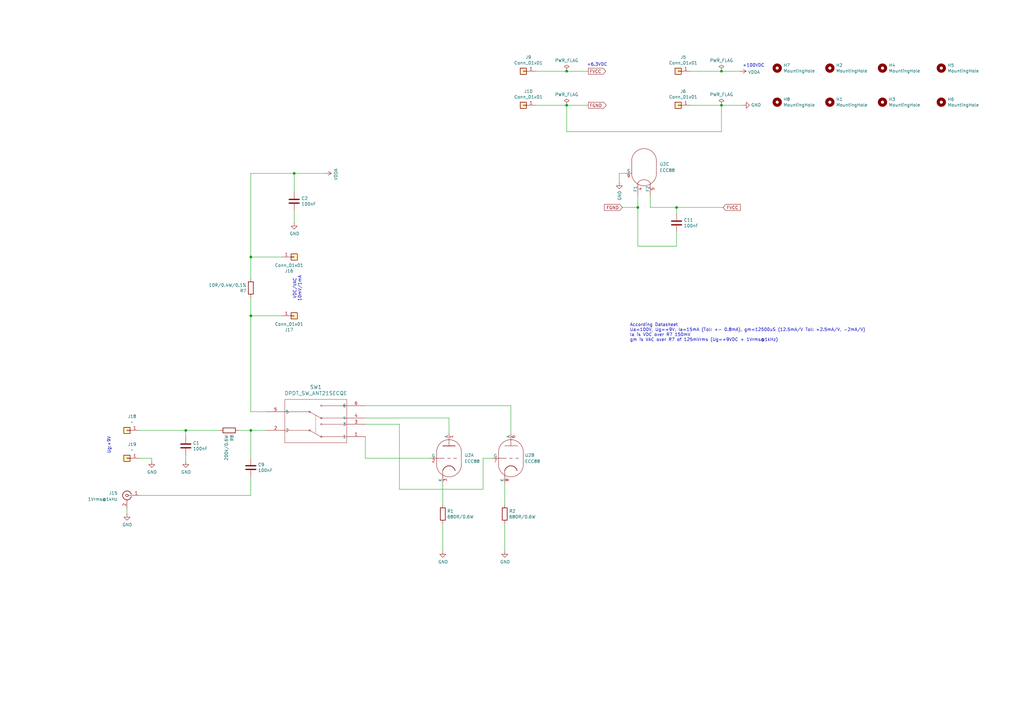
<source format=kicad_sch>
(kicad_sch (version 20231120) (generator "eeschema") (generator_version "8.0")
  (paper "A3")
  (title_block (title "GM Test Setup ECC88") (date "2024-08-25") (rev "V3"))
  (lib_symbols
    (symbol "Connector:Conn_Coaxial" (pin_names (offset 1.016) hide)
      (property "Reference" "J" (at 0.254 3.048 0))
      (property "Value" "Conn_Coaxial" (at 2.921 0 90))
      (symbol "Conn_Coaxial_0_1"
        (arc (start -1.778 -0.508) (mid 0.2311 -1.8066) (end 1.778 0) (stroke (width 0.254)))
        (polyline (pts (xy -2.54 0) (xy -0.508 0)))
        (polyline (pts (xy 0 -2.54) (xy 0 -1.778)))
        (circle (center 0 0) (radius 0.508) (stroke (width 0.2032)))
        (arc (start 1.778 0) (mid 0.2099 1.8101) (end -1.778 0.508) (stroke (width 0.254)))
      )
      (symbol "Conn_Coaxial_1_1"
        (pin passive line (at -5.08 0 0) (length 2.54) (name "In") (number "1"))
        (pin passive line (at 0 -5.08 90) (length 2.54) (name "Ext") (number "2"))
      )
    )
    (symbol "Connector_Generic:Conn_01x01" (pin_names (offset 1.016) hide)
      (property "Reference" "J" (at 0 2.54 0))
      (property "Value" "Conn_01x01" (at 0 -2.54 0))
      (symbol "Conn_01x01_1_1"
        (rectangle (start -1.27 0.127) (end 0 -0.127) (stroke (width 0.1524)))
        (rectangle (start -1.27 1.27) (end 1.27 -1.27) (stroke (width 0.254)) (fill (type background)))
        (pin passive line (at -5.08 0 0) (length 3.81) (name "Pin_1") (number "1"))
      )
    )
    (symbol "Device:C" (pin_numbers hide) (pin_names (offset 0.254))
      (property "Reference" "C" (at 0.635 2.54 0))
      (property "Value" "C" (at 0.635 -2.54 0))
      (symbol "C_0_1"
        (polyline (pts (xy -2.032 -0.762) (xy 2.032 -0.762)) (stroke (width 0.508)))
        (polyline (pts (xy -2.032 0.762) (xy 2.032 0.762)) (stroke (width 0.508)))
      )
      (symbol "C_1_1"
        (pin passive line (at 0 3.81 270) (length 2.794) (name "~") (number "1"))
        (pin passive line (at 0 -3.81 90) (length 2.794) (name "~") (number "2"))
      )
    )
    (symbol "Device:R" (pin_numbers hide) (pin_names (offset 0))
      (property "Reference" "R" (at 2.032 0 90))
      (property "Value" "R" (at 0 0 90))
      (symbol "R_0_1"
        (rectangle (start -1.016 -2.54) (end 1.016 2.54) (stroke (width 0.254)))
      )
      (symbol "R_1_1"
        (pin passive line (at 0 3.81 270) (length 1.27) (name "~") (number "1"))
        (pin passive line (at 0 -3.81 90) (length 1.27) (name "~") (number "2"))
      )
    )
    (symbol "Mechanical:MountingHole" (pin_names (offset 1.016))
      (property "Reference" "H" (at 0 5.08 0))
      (property "Value" "MountingHole" (at 0 3.175 0))
      (symbol "MountingHole_0_1"
        (circle (center 0 0) (radius 1.27) (stroke (width 1.27)))
      )
    )
    (symbol "kicad-snk:DPDT_SW_ANT21SECQE" (pin_names (offset 0.254))
      (property "Reference" "SW" (at 20.32 7.62 0))
      (property "Value" "DPDT_SW_ANT21SECQE" (at 20.32 5.08 0))
      (symbol "DPDT_SW_ANT21SECQE_0_1"
        (polyline (pts (xy 7.62 -15.24) (xy 33.02 -15.24)) (stroke (width 0.127)))
        (polyline (pts (xy 7.62 -12.7) (xy 17.78 -12.7)) (stroke (width 0.127)))
        (polyline (pts (xy 7.62 -7.62) (xy 17.78 -7.62)) (stroke (width 0.127)))
        (polyline (pts (xy 7.62 -5.08) (xy 17.78 -5.08)) (stroke (width 0.127)))
        (polyline (pts (xy 7.62 0) (xy 17.78 0)) (stroke (width 0.127)))
        (polyline (pts (xy 7.62 2.54) (xy 7.62 -15.24)) (stroke (width 0.127)))
        (polyline (pts (xy 20.32 -8.255) (xy 20.32 -8.5725)) (stroke (width 0.127)))
        (polyline (pts (xy 20.32 -7.62) (xy 20.32 -7.9375)) (stroke (width 0.127)))
        (polyline (pts (xy 20.32 -6.985) (xy 20.32 -7.3025)) (stroke (width 0.127)))
        (polyline (pts (xy 20.32 -6.35) (xy 20.32 -6.6675)) (stroke (width 0.127)))
        (polyline (pts (xy 20.32 -5.715) (xy 20.32 -6.0325)) (stroke (width 0.127)))
        (polyline (pts (xy 20.32 -5.08) (xy 20.32 -5.3975)) (stroke (width 0.127)))
        (polyline (pts (xy 20.32 -4.445) (xy 20.32 -4.7625)) (stroke (width 0.127)))
        (polyline (pts (xy 20.32 -3.81) (xy 20.32 -4.1275)) (stroke (width 0.127)))
        (polyline (pts (xy 20.32 -3.175) (xy 20.32 -3.4925)) (stroke (width 0.127)))
        (polyline (pts (xy 20.32 -2.54) (xy 20.32 -2.8575)) (stroke (width 0.127)))
        (polyline (pts (xy 20.32 -1.905) (xy 20.32 -2.2225)) (stroke (width 0.127)))
        (polyline (pts (xy 20.32 -1.27) (xy 20.32 -1.5875)) (stroke (width 0.127)))
        (polyline (pts (xy 22.86 -10.16) (xy 17.78 -7.3025)) (stroke (width 0.127)))
        (polyline (pts (xy 22.86 -2.54) (xy 17.78 0.3175)) (stroke (width 0.127)))
        (polyline (pts (xy 33.02 -15.24) (xy 33.02 2.54)) (stroke (width 0.127)))
        (polyline (pts (xy 33.02 -10.16) (xy 22.86 -10.16)) (stroke (width 0.127)))
        (polyline (pts (xy 33.02 -2.54) (xy 22.86 -2.54)) (stroke (width 0.127)))
        (polyline (pts (xy 33.02 2.54) (xy 7.62 2.54)) (stroke (width 0.127)))
        (circle (center 18.0975 -12.7) (radius 0.3048) (stroke (width 0.127)))
        (circle (center 18.0975 -7.62) (radius 0.3048) (stroke (width 0.127)))
        (circle (center 18.0975 -5.08) (radius 0.3048) (stroke (width 0.127)))
        (circle (center 18.0975 0) (radius 0.3048) (stroke (width 0.127)))
        (circle (center 22.86 -10.16) (radius 0.3048) (stroke (width 0.127)))
        (circle (center 22.86 -2.54) (radius 0.3048) (stroke (width 0.127)))
        (pin unspecified line (at 0 0 0) (length 7.62) (name "1") (number "1"))
        (pin unspecified line (at 40.64 -2.54 180) (length 7.62) (name "2") (number "2"))
        (pin unspecified line (at 0 -5.08 0) (length 7.62) (name "3") (number "3"))
        (pin unspecified line (at 0 -7.62 0) (length 7.62) (name "4") (number "4"))
        (pin unspecified line (at 40.64 -10.16 180) (length 7.62) (name "5") (number "5"))
        (pin unspecified line (at 0 -12.7 0) (length 7.62) (name "6") (number "6"))
      )
    )
    (symbol "kicad-snk:ECC88-Shield" (pin_names (offset 0))
      (property "Reference" "U" (at 4.318 7.112 0))
      (property "Value" "ECC88-Shield" (at 5.08 -7.62 0))
      (symbol "ECC88-Shield_0_1"
        (arc (start -5.08 -2.54) (mid 0 -7.5978) (end 5.08 -2.54))
        (polyline (pts (xy -5.08 0) (xy -5.08 -2.54)))
        (polyline (pts (xy -5.08 2.54) (xy -5.08 0)))
        (polyline (pts (xy 5.08 2.54) (xy 5.08 -2.54)))
        (arc (start 5.08 2.54) (mid 0 7.5978) (end -5.08 2.54))
      )
      (symbol "ECC88-Shield_1_0"
        (polyline (pts (xy -2.54 -5.08) (xy -2.54 -7.62)))
        (polyline (pts (xy 0 5.08) (xy 0 7.62)))
      )
      (symbol "ECC88-Shield_1_1"
        (polyline (pts (xy -5.08 0) (xy -3.175 0)))
        (polyline (pts (xy -1.905 0) (xy -3.175 0)) (stroke (width 0.1524)))
        (polyline (pts (xy -0.635 0) (xy 0.635 0)) (stroke (width 0.1524)))
        (polyline (pts (xy 1.905 0) (xy 3.175 0)) (stroke (width 0.1524)))
        (polyline (pts (xy -2.54 5.08) (xy 2.54 5.08) (xy 2.54 5.08)) (stroke (width 0.254)))
        (arc (start 2.54 -5.08) (mid 0 -3.0968) (end -2.54 -5.08) (stroke (width 0.254)))
        (pin output line (at 0 10.16 270) (length 2.54) (name "A") (number "1"))
        (pin input line (at -7.62 0 0) (length 2.54) (name "G") (number "2"))
        (pin bidirectional line (at -2.54 -10.16 90) (length 2.54) (name "K") (number "3"))
      )
      (symbol "ECC88-Shield_2_0"
        (polyline (pts (xy -5.08 0) (xy -3.175 0)))
        (polyline (pts (xy -2.54 -5.08) (xy -2.54 -7.62)))
        (polyline (pts (xy -1.905 0) (xy -3.175 0)) (stroke (width 0.1524)))
        (polyline (pts (xy -0.635 0) (xy 0.635 0)) (stroke (width 0.1524)))
        (polyline (pts (xy 0 5.08) (xy 0 7.62)))
        (polyline (pts (xy 1.905 0) (xy 3.175 0)) (stroke (width 0.1524)))
        (polyline (pts (xy 2.794 5.08) (xy -2.54 5.08) (xy -2.54 5.08)) (stroke (width 0.1524)))
      )
      (symbol "ECC88-Shield_2_1"
        (arc (start 2.54 -5.08) (mid 0 -3.0968) (end -2.54 -5.08) (stroke (width 0.254)))
        (pin output line (at 0 10.16 270) (length 2.54) (name "A") (number "6"))
        (pin input line (at -7.62 0 0) (length 2.54) (name "G") (number "7"))
        (pin bidirectional line (at -2.54 -10.16 90) (length 2.54) (name "K") (number "8"))
      )
      (symbol "ECC88-Shield_3_1"
        (arc (start 2.54 -6.35) (mid 0 -5.1292) (end -2.54 -6.35))
        (pin power_in line (at -2.54 -11.43 90) (length 5.08) (name "F1") (number "4"))
        (pin power_in line (at 2.54 -11.43 90) (length 5.08) (name "F2") (number "5"))
        (pin passive line (at -7.62 -2.54 0) (length 2.54) (name "S") (number "9"))
      )
    )
    (symbol "power:GND" (power) (pin_names (offset 0))
      (property "Value" "GND" (at 0 -3.81 0))
      (symbol "GND_0_1"
        (polyline (pts (xy 0 0) (xy 0 -1.27) (xy 1.27 -1.27) (xy 0 -2.54) (xy -1.27 -1.27) (xy 0 -1.27)))
      )
      (symbol "GND_1_1"
        (pin power_in line (at 0 0 270) (length 0) hide (name "GND") (number "1"))
      )
    )
    (symbol "power:PWR_FLAG" (power) (pin_numbers hide) (pin_names (offset 0) hide)
      (property "Value" "PWR_FLAG" (at 0 3.81 0))
      (symbol "PWR_FLAG_0_0"
        (pin power_out line (at 0 0 90) (length 0) (name "pwr") (number "1"))
      )
      (symbol "PWR_FLAG_0_1"
        (polyline (pts (xy 0 0) (xy 0 1.27) (xy -1.016 1.905) (xy 0 2.54) (xy 1.016 1.905) (xy 0 1.27)))
      )
    )
    (symbol "power:VDDA" (power) (pin_names (offset 0))
      (property "Value" "VDDA" (at 0 3.81 0))
      (symbol "VDDA_0_1"
        (polyline (pts (xy -0.762 1.27) (xy 0 2.54)))
        (polyline (pts (xy 0 0) (xy 0 2.54)))
        (polyline (pts (xy 0 2.54) (xy 0.762 1.27)))
      )
      (symbol "VDDA_1_1"
        (pin power_in line (at 0 0 90) (length 0) hide (name "VDDA") (number "1"))
      )
    )
  )
  (junction (at 76.2 176.53))
  (junction (at 295.91 43.18))
  (junction (at 102.87 105.41))
  (junction (at 277.495 85.09))
  (junction (at 232.41 43.18))
  (junction (at 295.91 29.21))
  (junction (at 102.87 176.53))
  (junction (at 232.41 29.21))
  (junction (at 261.62 85.09))
  (junction (at 102.87 129.54))
  (junction (at 120.65 71.12))
  (wire (pts (xy 232.41 53.975) (xy 232.41 43.18)))
  (wire (pts (xy 232.41 53.975) (xy 295.91 53.975)))
  (wire (pts (xy 201.93 187.96) (xy 198.12 187.96)))
  (wire (pts (xy 254 71.12) (xy 254 74.93)))
  (wire (pts (xy 184.15 171.45) (xy 184.15 177.8)))
  (wire (pts (xy 102.87 129.54) (xy 102.87 168.91)))
  (wire (pts (xy 149.86 179.07) (xy 149.86 187.96)))
  (wire (pts (xy 149.86 173.99) (xy 163.83 173.99)))
  (wire (pts (xy 256.54 71.12) (xy 254 71.12)))
  (wire (pts (xy 277.495 95.25) (xy 277.495 100.965)))
  (wire (pts (xy 62.23 187.96) (xy 62.23 189.23)))
  (wire (pts (xy -133.35 114.3) (xy -116.84 114.3)))
  (wire (pts (xy 57.15 176.53) (xy 76.2 176.53)))
  (wire (pts (xy 277.495 85.09) (xy 296.545 85.09)))
  (wire (pts (xy 120.65 78.74) (xy 120.65 71.12)))
  (wire (pts (xy 102.87 71.12) (xy 102.87 105.41)))
  (wire (pts (xy 219.71 43.18) (xy 232.41 43.18)))
  (wire (pts (xy 52.07 208.28) (xy 52.07 210.82)))
  (wire (pts (xy 261.62 80.01) (xy 261.62 85.09)))
  (wire (pts (xy 261.62 85.09) (xy 261.62 100.965)))
  (wire (pts (xy 207.01 214.63) (xy 207.01 226.06)))
  (wire (pts (xy 295.91 29.21) (xy 283.21 29.21)))
  (wire (pts (xy 97.79 176.53) (xy 102.87 176.53)))
  (wire (pts (xy 303.53 29.21) (xy 295.91 29.21)))
  (wire (pts (xy 149.86 166.37) (xy 209.55 166.37)))
  (wire (pts (xy 277.495 85.09) (xy 277.495 87.63)))
  (wire (pts (xy 102.87 176.53) (xy 102.87 187.96)))
  (wire (pts (xy 76.2 176.53) (xy 76.2 179.07)))
  (wire (pts (xy 102.87 168.91) (xy 109.22 168.91)))
  (wire (pts (xy 207.01 198.12) (xy 207.01 207.01)))
  (wire (pts (xy 102.87 105.41) (xy 115.57 105.41)))
  (wire (pts (xy -111.76 124.46) (xy -111.76 147.32)))
  (wire (pts (xy 283.21 43.18) (xy 295.91 43.18)))
  (wire (pts (xy 149.86 171.45) (xy 184.15 171.45)))
  (wire (pts (xy 163.83 173.99) (xy 163.83 200.66)))
  (wire (pts (xy 232.41 29.21) (xy 241.3 29.21)))
  (wire (pts (xy 76.2 186.69) (xy 76.2 189.23)))
  (wire (pts (xy 295.91 43.18) (xy 304.8 43.18)))
  (wire (pts (xy 149.86 187.96) (xy 176.53 187.96)))
  (wire (pts (xy 102.87 176.53) (xy 109.22 176.53)))
  (wire (pts (xy 181.61 214.63) (xy 181.61 226.06)))
  (wire (pts (xy 261.62 100.965) (xy 277.495 100.965)))
  (wire (pts (xy 266.7 85.09) (xy 277.495 85.09)))
  (wire (pts (xy 62.23 187.96) (xy 57.15 187.96)))
  (wire (pts (xy 232.41 29.21) (xy 219.71 29.21)))
  (wire (pts (xy 163.83 200.66) (xy 198.12 200.66)))
  (wire (pts (xy 102.87 105.41) (xy 102.87 114.3)))
  (wire (pts (xy 232.41 43.18) (xy 241.3 43.18)))
  (wire (pts (xy 181.61 198.12) (xy 181.61 207.01)))
  (wire (pts (xy 209.55 166.37) (xy 209.55 177.8)))
  (wire (pts (xy 295.91 53.975) (xy 295.91 43.18)))
  (wire (pts (xy 90.17 176.53) (xy 76.2 176.53)))
  (wire (pts (xy 102.87 203.2) (xy 102.87 195.58)))
  (wire (pts (xy 102.87 71.12) (xy 120.65 71.12)))
  (wire (pts (xy 120.65 71.12) (xy 133.35 71.12)))
  (wire (pts (xy 102.87 129.54) (xy 115.57 129.54)))
  (wire (pts (xy 266.7 80.01) (xy 266.7 85.09)))
  (wire (pts (xy 255.27 85.09) (xy 261.62 85.09)))
  (wire (pts (xy 198.12 200.66) (xy 198.12 187.96)))
  (wire (pts (xy -109.22 98.425) (xy -109.22 104.14)))
  (wire (pts (xy 57.15 203.2) (xy 102.87 203.2)))
  (wire (pts (xy 102.87 121.92) (xy 102.87 129.54)))
  (wire (pts (xy 120.65 91.44) (xy 120.65 86.36)))
  (text "+6.3VDC" (at 240.665 27.305 0) (effects (font (size 1.27 1.27)) (justify left bottom)))
  (text "VDC/VAC\n10mV/1mA" (at 121.92 118.364 90) (effects (font (size 1.27 1.27))))
  (text "Ug:+9V" (at 44.704 182.626 90) (effects (font (size 1.27 1.27))))
  (text "According Datasheet\nUa=100V, Ug=+9V, Ia=15mA (Tol: +- 0.8mA), gm=12500uS (12.5mA/V Tol: +2.5mA/V, -2mA/V)\nIa is VDC over R7 150mV\ngm is VAC over R7 of 125mVrms (Ug=+9VDC + 1Vrms@1kHz)\n" (at 258.318 136.398 0) (effects (font (size 1.27 1.27)) (justify left)))
  (text "+100VDC" (at 304.546 27.686 0) (effects (font (size 1.27 1.27)) (justify left bottom)))
  (global_label "FGND" (shape output) (at 241.3 43.18 0) (property "Intersheetrefs" "${INTERSHEET_REFS}" (effects (hide yes))))
  (global_label "FVCC" (shape output) (at 241.3 29.21 0) (property "Intersheetrefs" "${INTERSHEET_REFS}" (effects (hide yes))))
  (global_label "FGND" (shape input) (at 255.27 85.09 180) (property "Intersheetrefs" "${INTERSHEET_REFS}" (effects (hide yes))))
  (global_label "FVCC" (shape input) (at 296.545 85.09 0) (property "Intersheetrefs" "${INTERSHEET_REFS}" (effects (hide yes))))
  (symbol (lib_id "Connector_Generic:Conn_01x01") (at 278.13 29.21 180) (unit 1)
    (property "Reference" "J5" (at 280.2128 23.495 0))
    (property "Value" "Conn_01x01" (at 280.2128 25.8064 0))
    (property "Footprint" "Connector_Pin:Pin_D1.3mm_L11.0mm" (effects (hide yes)))
  )
  (symbol (lib_id "Connector_Generic:Conn_01x01") (at 278.13 43.18 180) (unit 1)
    (property "Reference" "J6" (at 280.2128 37.465 0))
    (property "Value" "Conn_01x01" (at 280.2128 39.7764 0))
    (property "Footprint" "Connector_Pin:Pin_D1.3mm_L11.0mm" (effects (hide yes)))
  )
  (symbol (lib_id "Mechanical:MountingHole") (at 340.36 27.94 0) (unit 1)
    (property "Reference" "H2" (at 342.9 26.7716 0) (effects (justify left)))
    (property "Value" "MountingHole" (at 342.9 29.083 0) (effects (justify left)))
    (property "Footprint" "MountingHole:MountingHole_3.2mm_M3_Pad_Via" (effects (hide yes)))
  )
  (symbol (lib_id "Mechanical:MountingHole") (at 361.95 27.94 0) (unit 1)
    (property "Reference" "H4" (at 364.49 26.7716 0) (effects (justify left)))
    (property "Value" "MountingHole" (at 364.49 29.083 0) (effects (justify left)))
    (property "Footprint" "MountingHole:MountingHole_3.2mm_M3_Pad_Via" (effects (hide yes)))
  )
  (symbol (lib_id "Mechanical:MountingHole") (at 340.36 41.91 0) (unit 1)
    (property "Reference" "H1" (at 342.9 40.7416 0) (effects (justify left)))
    (property "Value" "MountingHole" (at 342.9 43.053 0) (effects (justify left)))
    (property "Footprint" "MountingHole:MountingHole_3.2mm_M3_Pad_Via" (effects (hide yes)))
  )
  (symbol (lib_id "Mechanical:MountingHole") (at 361.95 41.91 0) (unit 1)
    (property "Reference" "H3" (at 364.49 40.7416 0) (effects (justify left)))
    (property "Value" "MountingHole" (at 364.49 43.053 0) (effects (justify left)))
    (property "Footprint" "MountingHole:MountingHole_3.2mm_M3_Pad_Via" (effects (hide yes)))
  )
  (symbol (lib_id "power:PWR_FLAG") (at 295.91 29.21 0) (unit 1)
    (property "Reference" "#FLG04" (effects (hide yes)))
    (property "Value" "PWR_FLAG" (at 295.91 24.8158 0))
  )
  (symbol (lib_id "power:GND") (at 304.8 43.18 90) (unit 1)
    (property "Reference" "#PWR05" (effects (hide yes)))
    (property "Value" "GND" (at 308.0512 43.053 90) (effects (justify right)))
  )
  (symbol (lib_id "power:PWR_FLAG") (at 295.91 43.18 0) (unit 1)
    (property "Reference" "#FLG03" (effects (hide yes)))
    (property "Value" "PWR_FLAG" (at 295.91 38.7858 0))
  )
  (symbol (lib_id "power:VDDA") (at 303.53 29.21 270) (unit 1)
    (property "Reference" "#PWR07" (effects (hide yes)))
    (property "Value" "VDDA" (at 306.7812 29.591 90) (effects (justify left)))
  )
  (symbol (lib_id "Connector_Generic:Conn_01x01") (at 214.63 29.21 180) (unit 1)
    (property "Reference" "J9" (at 216.7128 23.495 0))
    (property "Value" "Conn_01x01" (at 216.7128 25.8064 0))
    (property "Footprint" "Connector_Pin:Pin_D1.3mm_L11.0mm" (effects (hide yes)))
  )
  (symbol (lib_id "Connector_Generic:Conn_01x01") (at 214.63 43.18 180) (unit 1)
    (property "Reference" "J10" (at 216.7128 37.465 0))
    (property "Value" "Conn_01x01" (at 216.7128 39.7764 0))
    (property "Footprint" "Connector_Pin:Pin_D1.3mm_L11.0mm" (effects (hide yes)))
  )
  (symbol (lib_id "power:PWR_FLAG") (at 232.41 29.21 0) (unit 1)
    (property "Reference" "#FLG01" (effects (hide yes)))
    (property "Value" "PWR_FLAG" (at 232.41 24.8158 0))
  )
  (symbol (lib_id "power:PWR_FLAG") (at 232.41 43.18 0) (unit 1)
    (property "Reference" "#FLG02" (effects (hide yes)))
    (property "Value" "PWR_FLAG" (at 232.41 38.7858 0))
  )
  (symbol (lib_id "Device:C") (at 277.495 91.44 0) (unit 1)
    (property "Reference" "C11" (at 280.416 90.2716 0) (effects (justify left)))
    (property "Value" "100nF" (at 280.416 92.583 0) (effects (justify left)))
    (property "Footprint" "Capacitor_THT:C_Rect_L7.2mm_W2.5mm_P5.00mm_FKS2_FKP2_MKS2_MKP2" (effects (hide yes)))
  )
  (symbol (lib_id "kicad-snk:ECC88-Shield") (at 264.16 68.58 0) (unit 3)
    (property "Reference" "U2" (at 270.51 67.3099 0) (effects (justify left)))
    (property "Value" "ECC88" (at 270.51 69.8499 0) (effects (justify left)))
    (property "Footprint" "kicad-snk:TubeNoval-ECC88" (effects (hide yes)))
    (property "Datasheet" "http://www.r-type.org/pdfs/ecc88.pdf" (effects (hide yes)))
  )
  (symbol (lib_id "Device:C") (at 76.2 182.88 0) (unit 1)
    (property "Reference" "C1" (at 79.121 181.7116 0) (effects (justify left)))
    (property "Value" "100nF" (at 79.121 184.023 0) (effects (justify left)))
    (property "Footprint" "Capacitor_THT:C_Rect_L7.2mm_W2.5mm_P5.00mm_FKS2_FKP2_MKS2_MKP2" (effects (hide yes)))
  )
  (symbol (lib_id "Device:R") (at 181.61 210.82 0) (unit 1)
    (property "Reference" "R1" (at 183.388 209.6516 0) (effects (justify left)))
    (property "Value" "680R/0.6W" (at 183.388 211.963 0) (effects (justify left)))
    (property "Footprint" "Resistor_THT:R_Axial_DIN0207_L6.3mm_D2.5mm_P10.16mm_Horizontal" (effects (hide yes)))
  )
  (symbol (lib_id "power:GND") (at 207.01 226.06 0) (unit 1)
    (property "Reference" "#PWR02" (effects (hide yes)))
    (property "Value" "GND" (at 207.137 230.4542 0))
  )
  (symbol (lib_id "Connector_Generic:Conn_01x01") (at 120.65 105.41 0) (unit 1)
    (property "Reference" "J16" (at 118.5672 111.125 0))
    (property "Value" "Conn_01x01" (at 118.5672 108.8136 0))
    (property "Footprint" "Connector_Pin:Pin_D1.0mm_L10.0mm" (effects (hide yes)))
  )
  (symbol (lib_id "Mechanical:MountingHole") (at 318.77 41.91 0) (unit 1)
    (property "Reference" "H8" (at 321.31 40.7416 0) (effects (justify left)))
    (property "Value" "MountingHole" (at 321.31 43.053 0) (effects (justify left)))
    (property "Footprint" "MountingHole:MountingHole_3.2mm_M3_Pad_Via" (effects (hide yes)))
  )
  (symbol (lib_id "Connector_Generic:Conn_01x01") (at 52.07 187.96 180) (unit 1)
    (property "Reference" "J19" (at 54.1528 182.245 0))
    (property "Value" "~" (at 54.1528 184.5564 0))
    (property "Footprint" "Connector_Pin:Pin_D1.0mm_L10.0mm" (effects (hide yes)))
  )
  (symbol (lib_id "Connector:Conn_Coaxial") (at 52.07 203.2 0) (mirror y) (unit 1)
    (property "Reference" "J15" (at 48.26 202.2231 0) (effects (justify left)))
    (property "Value" "1Vrms@1kHz" (at 48.26 204.7631 0) (effects (justify left)))
    (property "Footprint" "kicad-snk:RCA-Phono_CUI-Devices_RCJ-02X_Vertical" (effects (hide yes)))
    (property "Description" "coaxial connector (BNC, SMA, SMB, SMC, Cinch/RCA, LEMO, ...)" (effects (hide yes)))
  )
  (symbol (lib_id "power:GND") (at 120.65 91.44 0) (unit 1)
    (property "Reference" "#PWR03" (effects (hide yes)))
    (property "Value" "GND" (at 120.777 95.8342 0))
  )
  (symbol (lib_id "power:GND") (at 52.07 210.82 0) (unit 1)
    (property "Reference" "#PWR014" (effects (hide yes)))
    (property "Value" "GND" (at 52.197 215.2142 0))
  )
  (symbol (lib_id "Mechanical:MountingHole") (at 386.08 41.91 0) (unit 1)
    (property "Reference" "H6" (at 388.62 40.7416 0) (effects (justify left)))
    (property "Value" "MountingHole" (at 388.62 43.053 0) (effects (justify left)))
    (property "Footprint" "MountingHole:MountingHole_3.2mm_M3_Pad_Via" (effects (hide yes)))
  )
  (symbol (lib_id "power:VDDA") (at 133.35 71.12 270) (unit 1)
    (property "Reference" "#PWR04" (effects (hide yes)))
    (property "Value" "VDDA" (at 137.7442 71.501 0))
  )
  (symbol (lib_id "Device:C") (at 120.65 82.55 0) (unit 1)
    (property "Reference" "C2" (at 123.571 81.3816 0) (effects (justify left)))
    (property "Value" "100nF" (at 123.571 83.693 0) (effects (justify left)))
    (property "Footprint" "Capacitor_THT:C_Rect_L16.5mm_W5.0mm_P15.00mm_MKT" (effects (hide yes)))
  )
  (symbol (lib_id "kicad-snk:ECC88-Shield") (at 209.55 187.96 0) (unit 2)
    (property "Reference" "U2" (at 215.265 186.6899 0) (effects (justify left)))
    (property "Value" "ECC88" (at 215.265 189.2299 0) (effects (justify left)))
    (property "Footprint" "kicad-snk:TubeNoval-ECC88" (effects (hide yes)))
    (property "Datasheet" "http://www.r-type.org/pdfs/ecc88.pdf" (effects (hide yes)))
  )
  (symbol (lib_id "Mechanical:MountingHole") (at 386.08 27.94 0) (unit 1)
    (property "Reference" "H5" (at 388.62 26.7716 0) (effects (justify left)))
    (property "Value" "MountingHole" (at 388.62 29.083 0) (effects (justify left)))
    (property "Footprint" "MountingHole:MountingHole_3.2mm_M3_Pad_Via" (effects (hide yes)))
  )
  (symbol (lib_id "Connector_Generic:Conn_01x01") (at 52.07 176.53 180) (unit 1)
    (property "Reference" "J18" (at 54.1528 170.815 0))
    (property "Value" "~" (at 54.1528 173.1264 0))
    (property "Footprint" "Connector_Pin:Pin_D1.0mm_L10.0mm" (effects (hide yes)))
  )
  (symbol (lib_id "power:GND") (at 254 74.93 0) (unit 1)
    (property "Reference" "#PWR06" (effects (hide yes)))
    (property "Value" "GND" (at 254.127 78.1812 90) (effects (justify right)))
  )
  (symbol (lib_id "power:GND") (at 181.61 226.06 0) (unit 1)
    (property "Reference" "#PWR01" (effects (hide yes)))
    (property "Value" "GND" (at 181.737 230.4542 0))
  )
  (symbol (lib_id "Mechanical:MountingHole") (at 318.77 27.94 0) (unit 1)
    (property "Reference" "H7" (at 321.31 26.7716 0) (effects (justify left)))
    (property "Value" "MountingHole" (at 321.31 29.083 0) (effects (justify left)))
    (property "Footprint" "MountingHole:MountingHole_3.2mm_M3_Pad_Via" (effects (hide yes)))
  )
  (symbol (lib_id "kicad-snk:ECC88-Shield") (at 184.15 187.96 0) (unit 1)
    (property "Reference" "U2" (at 190.5 186.6899 0) (effects (justify left)))
    (property "Value" "ECC88" (at 190.5 189.2299 0) (effects (justify left)))
    (property "Footprint" "kicad-snk:TubeNoval-ECC88" (effects (hide yes)))
    (property "Datasheet" "http://www.r-type.org/pdfs/ecc88.pdf" (effects (hide yes)))
  )
  (symbol (lib_id "Device:R") (at 102.87 118.11 180) (unit 1)
    (property "Reference" "R7" (at 101.092 119.2784 0) (effects (justify left)))
    (property "Value" "10R/0.4W/0.1%" (at 101.092 116.967 0) (effects (justify left)))
    (property "Footprint" "Resistor_THT:R_Axial_DIN0207_L6.3mm_D2.5mm_P10.16mm_Horizontal" (effects (hide yes)))
  )
  (symbol (lib_id "Device:C") (at 102.87 191.77 0) (unit 1)
    (property "Reference" "C9" (at 105.791 190.6016 0) (effects (justify left)))
    (property "Value" "100nF" (at 105.791 192.913 0) (effects (justify left)))
    (property "Footprint" "Capacitor_THT:C_Rect_L7.2mm_W2.5mm_P5.00mm_FKS2_FKP2_MKS2_MKP2" (effects (hide yes)))
  )
  (symbol (lib_id "kicad-snk:DPDT_SW_ANT21SECQE") (at 149.86 179.07 180) (unit 1)
    (property "Reference" "SW1" (at 129.54 158.75 0) (effects (font (size 1.524 1.524))))
    (property "Value" "DPDT_SW_ANT21SECQE" (at 129.54 161.29 0) (effects (font (size 1.524 1.524))))
    (property "Footprint" "kicad-snk:SW6_ANT21SECQE_CRS" (effects (hide yes)))
    (property "Datasheet" "ANT21SECQE" (effects (hide yes)))
    (property "Description" "https://www.digikey.ch/de/products/detail/cit-relay-and-switch/ANT21SECQE/12503353" (effects (hide yes)))
  )
  (symbol (lib_id "Device:R") (at 93.98 176.53 270) (unit 1)
    (property "Reference" "R8" (at 95.1484 178.308 0) (effects (justify left)))
    (property "Value" "200k/0.6W" (at 92.837 178.308 0) (effects (justify left)))
    (property "Footprint" "Resistor_THT:R_Axial_DIN0207_L6.3mm_D2.5mm_P10.16mm_Horizontal" (effects (hide yes)))
  )
  (symbol (lib_id "Connector_Generic:Conn_01x01") (at 120.65 129.54 0) (unit 1)
    (property "Reference" "J17" (at 118.5672 135.255 0))
    (property "Value" "Conn_01x01" (at 118.5672 132.9436 0))
    (property "Footprint" "Connector_Pin:Pin_D1.0mm_L10.0mm" (effects (hide yes)))
  )
  (symbol (lib_id "power:GND") (at 76.2 189.23 0) (unit 1)
    (property "Reference" "#PWR012" (effects (hide yes)))
    (property "Value" "GND" (at 76.327 193.6242 0))
  )
  (symbol (lib_id "power:GND") (at 62.23 189.23 0) (unit 1)
    (property "Reference" "#PWR015" (effects (hide yes)))
    (property "Value" "GND" (at 62.357 193.6242 0))
  )
  (symbol (lib_id "Device:R") (at 207.01 210.82 0) (unit 1)
    (property "Reference" "R2" (at 208.788 209.6516 0) (effects (justify left)))
    (property "Value" "680R/0.6W" (at 208.788 211.963 0) (effects (justify left)))
    (property "Footprint" "Resistor_THT:R_Axial_DIN0207_L6.3mm_D2.5mm_P10.16mm_Horizontal" (effects (hide yes)))
  )
)
</source>
